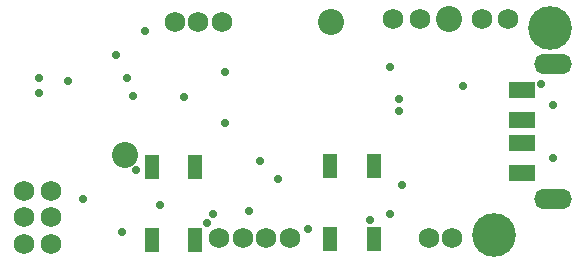
<source format=gbs>
G04*
G04 #@! TF.GenerationSoftware,Altium Limited,Altium Designer,19.1.5 (86)*
G04*
G04 Layer_Color=16711935*
%FSLAX25Y25*%
%MOIN*%
G70*
G01*
G75*
%ADD41C,0.06800*%
%ADD42C,0.08674*%
%ADD43C,0.14580*%
%ADD44O,0.12611X0.06706*%
%ADD45C,0.02769*%
%ADD53R,0.05131X0.07887*%
%ADD54R,0.08674X0.05524*%
D41*
X18701Y6890D02*
D03*
X144685Y8858D02*
D03*
X90551Y8858D02*
D03*
X141732Y81693D02*
D03*
X98425Y8858D02*
D03*
X67913Y80709D02*
D03*
X75787Y80709D02*
D03*
X74803Y8858D02*
D03*
X82677D02*
D03*
X132874Y81693D02*
D03*
X152559Y8858D02*
D03*
X171260Y81693D02*
D03*
X162402D02*
D03*
X60039Y80709D02*
D03*
X18701Y15748D02*
D03*
Y24606D02*
D03*
X9843Y6890D02*
D03*
Y15748D02*
D03*
Y24606D02*
D03*
D42*
X112205Y80709D02*
D03*
X151575Y81693D02*
D03*
X43307Y36417D02*
D03*
D43*
X185039Y78740D02*
D03*
X166339Y9843D02*
D03*
D44*
X186024Y21850D02*
D03*
Y66732D02*
D03*
D45*
Y35433D02*
D03*
Y53150D02*
D03*
X70866Y13780D02*
D03*
X125000Y14764D02*
D03*
X135827Y26575D02*
D03*
X84646Y17717D02*
D03*
X29528Y21654D02*
D03*
X42323Y10827D02*
D03*
X55118Y19685D02*
D03*
X72835Y16732D02*
D03*
X47244Y31496D02*
D03*
X94488Y28543D02*
D03*
X76772Y63976D02*
D03*
Y47244D02*
D03*
X50197Y77756D02*
D03*
X62992Y55797D02*
D03*
X24606Y61023D02*
D03*
X14764Y57087D02*
D03*
Y62008D02*
D03*
X88582Y34449D02*
D03*
X134843Y55118D02*
D03*
Y51181D02*
D03*
X131890Y65945D02*
D03*
X156137Y59414D02*
D03*
X46260Y56102D02*
D03*
X44291Y62008D02*
D03*
X131890Y16732D02*
D03*
X40354Y69882D02*
D03*
X104331Y11811D02*
D03*
X182087Y60039D02*
D03*
D53*
X126378Y8465D02*
D03*
Y32874D02*
D03*
X111811Y8465D02*
D03*
Y32874D02*
D03*
X52362Y32480D02*
D03*
Y8071D02*
D03*
X66929Y32480D02*
D03*
Y8071D02*
D03*
D54*
X175787Y30512D02*
D03*
Y40354D02*
D03*
Y48228D02*
D03*
Y58071D02*
D03*
M02*

</source>
